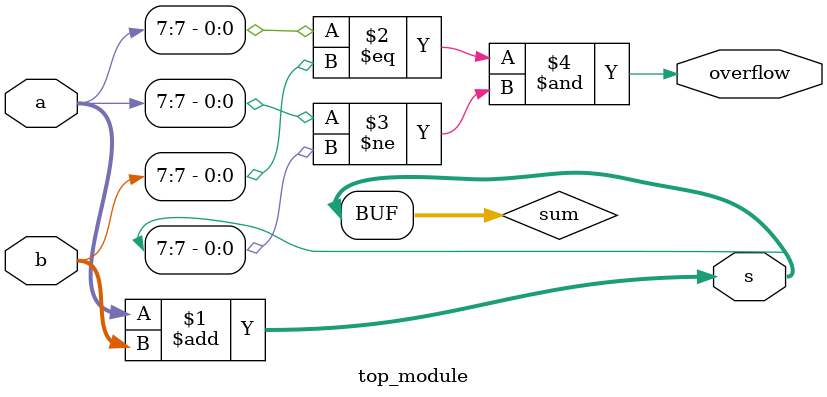
<source format=sv>
module top_module (
  input [7:0] a,
  input [7:0] b,
  output [7:0] s,
  output overflow
);
  wire [7:0] sum;
  
  assign sum = a + b;
  assign s = sum[7:0];
  assign overflow = (a[7] == b[7]) & (a[7] != s[7]);
endmodule

</source>
